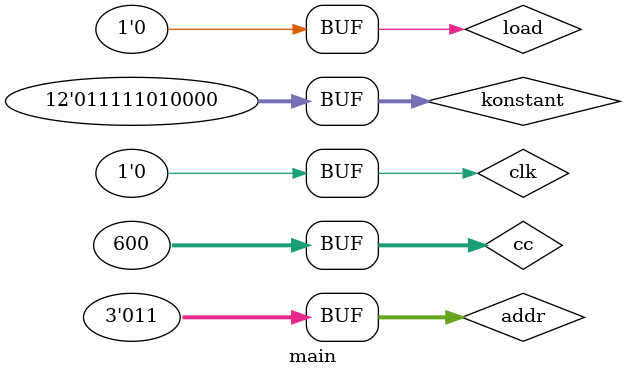
<source format=v>
`timescale 1ns / 1ns
module main();
	integer cc;
	reg clk;
	reg load;
	initial begin
		$dumpfile("kcm.vcd");
		$dumpvars(4,main);
		// 25 MHz clk
		for (cc = 0; cc < 600; cc = cc + 1) begin
			#20;
			clk = 1;
			#20;
			clk = 0;
			load = (cc%60 == 10);
			if (load) konstant = 12'h700;
		end
	end
	reg [11:0] konstant;  initial konstant=2000;
	reg  [2:0] addr;      initial addr=3;
	wire [20:0] dkcm_bus;
	wire busy;
	dkcm_controller mut(clk, dkcm_bus, konstant, load, addr, busy);

	reg signed [11:0] var;  initial var=0;
	reg signed [11:0] konstant2;
	always @(posedge clk) begin
		var <= ($random&1'b1) ? 12'h7fc : 12'h800;
	end
	wire [23:0] product;
	dkcm_bussed t(var, product, clk, dkcm_bus, 3'b011);
	reg signed [23:0] answer;
	always @(negedge clk) begin
		if (busy) konstant2 <= konstant;
		if (~busy) begin
			answer = product;
			$display("r=check( %d, %d, %d)",var, konstant2, answer);
		end
	end
endmodule

</source>
